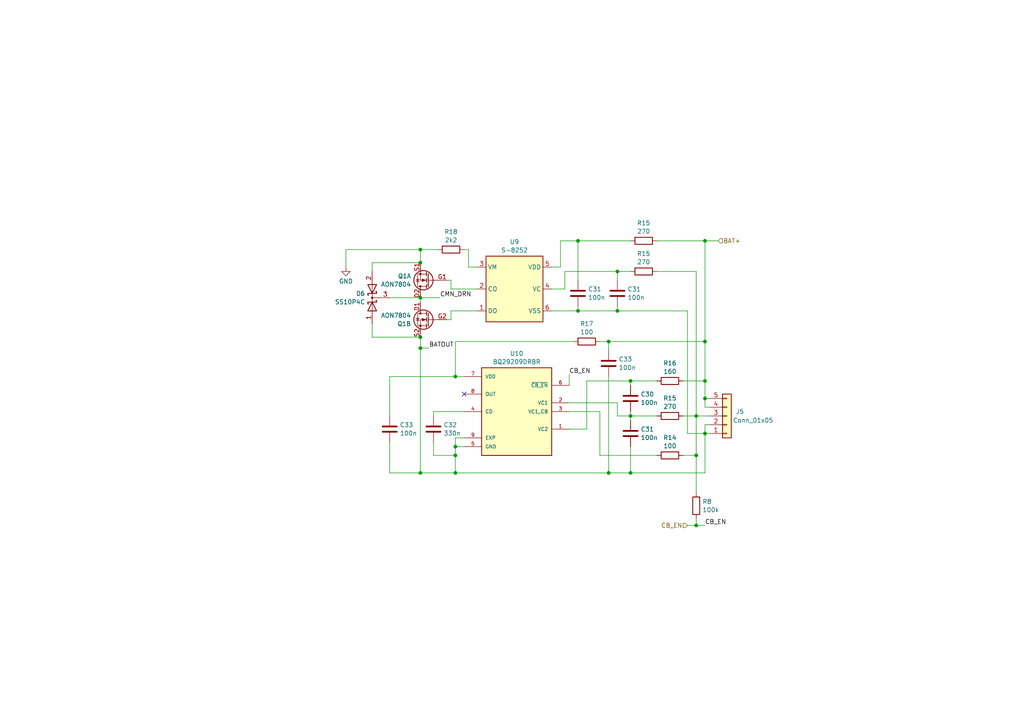
<source format=kicad_sch>
(kicad_sch (version 20230121) (generator eeschema)
  (paper "A4")
  (title_block (title "2S Battery Balancing and Protection") (date "2023-11-15"))
  (lib_symbols
    (symbol "Connector_Generic:Conn_01x05" (pin_names (offset 1.016) hide)
      (property "Reference" "J" (at 0 7.62 0))
      (property "Value" "Conn_01x05" (at 0 -7.62 0))
      (symbol "Conn_01x05_1_1"
        (rectangle (start -1.27 -4.953) (end 0 -5.207) (stroke (width 0.1524)))
        (rectangle (start -1.27 -2.413) (end 0 -2.667) (stroke (width 0.1524)))
        (rectangle (start -1.27 0.127) (end 0 -0.127) (stroke (width 0.1524)))
        (rectangle (start -1.27 2.667) (end 0 2.413) (stroke (width 0.1524)))
        (rectangle (start -1.27 5.207) (end 0 4.953) (stroke (width 0.1524)))
        (rectangle (start -1.27 6.35) (end 1.27 -6.35) (stroke (width 0.254)) (fill (type background)))
        (pin passive line (at -5.08 5.08 0) (length 3.81) (name "Pin_1") (number "1"))
        (pin passive line (at -5.08 2.54 0) (length 3.81) (name "Pin_2") (number "2"))
        (pin passive line (at -5.08 0 0) (length 3.81) (name "Pin_3") (number "3"))
        (pin passive line (at -5.08 -2.54 0) (length 3.81) (name "Pin_4") (number "4"))
        (pin passive line (at -5.08 -5.08 0) (length 3.81) (name "Pin_5") (number "5"))
      )
    )
    (symbol "Device:C" (pin_numbers hide) (pin_names (offset 0.254))
      (property "Reference" "C" (at 0.635 2.54 0))
      (property "Value" "C" (at 0.635 -2.54 0))
      (symbol "C_0_1"
        (polyline (pts (xy -2.032 -0.762) (xy 2.032 -0.762)) (stroke (width 0.508)))
        (polyline (pts (xy -2.032 0.762) (xy 2.032 0.762)) (stroke (width 0.508)))
      )
      (symbol "C_1_1"
        (pin passive line (at 0 3.81 270) (length 2.794) (name "~") (number "1"))
        (pin passive line (at 0 -3.81 90) (length 2.794) (name "~") (number "2"))
      )
    )
    (symbol "Device:D_Schottky_Dual_CommonCathode_AAK" (pin_names (offset 0.762) hide)
      (property "Reference" "D" (at 1.27 -2.54 0))
      (property "Value" "D_Schottky_Dual_CommonCathode_AAK" (at 0 2.54 0))
      (symbol "D_Schottky_Dual_CommonCathode_AAK_0_1"
        (polyline (pts (xy -3.81 0) (xy 3.81 0)))
        (polyline (pts (xy 0 0) (xy 0 -2.54)))
        (polyline (pts (xy -1.27 -1.27) (xy -1.27 1.27) (xy -1.27 1.27)) (stroke (width 0.254)))
        (polyline (pts (xy 1.27 -1.27) (xy 1.27 1.27) (xy 1.27 1.27)) (stroke (width 0.254)))
        (polyline (pts (xy -1.27 -1.27) (xy -0.762 -1.27) (xy -0.762 -1.016) (xy -0.762 -1.016)) (stroke (width 0.254)))
        (polyline (pts (xy 1.27 -1.27) (xy 1.778 -1.27) (xy 1.778 -1.016) (xy 1.778 -1.016)) (stroke (width 0.254)))
        (polyline (pts (xy 1.27 1.27) (xy 0.762 1.27) (xy 0.762 1.016) (xy 0.762 1.016)) (stroke (width 0.254)))
        (polyline (pts (xy -1.778 1.016) (xy -1.778 1.27) (xy -1.27 1.27) (xy -1.27 1.27) (xy -1.27 1.27)) (stroke (width 0.254)))
        (polyline (pts (xy -3.81 1.27) (xy -1.27 0) (xy -3.81 -1.27) (xy -3.81 1.27) (xy -3.81 1.27) (xy -3.81 1.27)) (stroke (width 0.254)))
        (polyline (pts (xy 3.81 -1.27) (xy 1.27 0) (xy 3.81 1.27) (xy 3.81 -1.27) (xy 3.81 -1.27) (xy 3.81 -1.27)) (stroke (width 0.254)))
        (circle (center 0 0) (radius 0.254) (fill (type outline)))
        (pin passive line (at -7.62 0 0) (length 3.81) (name "A") (number "1"))
        (pin passive line (at 7.62 0 180) (length 3.81) (name "A") (number "2"))
        (pin passive line (at 0 -5.08 90) (length 2.54) (name "K") (number "3"))
      )
    )
    (symbol "Device:R" (pin_numbers hide) (pin_names (offset 0))
      (property "Reference" "R" (at 2.032 0 90))
      (property "Value" "R" (at 0 0 90))
      (symbol "R_0_1"
        (rectangle (start -1.016 -2.54) (end 1.016 2.54) (stroke (width 0.254)))
      )
      (symbol "R_1_1"
        (pin passive line (at 0 3.81 270) (length 1.27) (name "~") (number "1"))
        (pin passive line (at 0 -3.81 90) (length 1.27) (name "~") (number "2"))
      )
    )
    (symbol "power:GND" (power) (pin_names (offset 0))
      (property "Value" "GND" (at 0 -3.81 0))
      (symbol "GND_0_1"
        (polyline (pts (xy 0 0) (xy 0 -1.27) (xy 1.27 -1.27) (xy 0 -2.54) (xy -1.27 -1.27) (xy 0 -1.27)))
      )
      (symbol "GND_1_1"
        (pin power_in line (at 0 0 270) (length 0) hide (name "GND") (number "1"))
      )
    )
    (symbol "props_board:AON7804" (pin_names (offset 0) hide)
      (property "Reference" "Q" (at 6.35 1.27 0))
      (property "Value" "AON7804" (at 19.05 -1.27 0))
      (symbol "AON7804_0_1"
        (polyline (pts (xy 0.254 0) (xy -2.54 0)))
        (polyline (pts (xy 0.254 1.905) (xy 0.254 -1.905)) (stroke (width 0.254)))
        (polyline (pts (xy 0.762 -1.27) (xy 0.762 -2.286)) (stroke (width 0.254)))
        (polyline (pts (xy 0.762 0.508) (xy 0.762 -0.508)) (stroke (width 0.254)))
        (polyline (pts (xy 0.762 2.286) (xy 0.762 1.27)) (stroke (width 0.254)))
        (polyline (pts (xy 2.54 2.54) (xy 2.54 1.778)))
        (polyline (pts (xy 2.54 -2.54) (xy 2.54 0) (xy 0.762 0)))
        (polyline (pts (xy 0.762 -1.778) (xy 3.302 -1.778) (xy 3.302 1.778) (xy 0.762 1.778)))
        (polyline (pts (xy 1.016 0) (xy 2.032 0.381) (xy 2.032 -0.381) (xy 1.016 0)) (fill (type outline)))
        (polyline (pts (xy 2.794 0.508) (xy 2.921 0.381) (xy 3.683 0.381) (xy 3.81 0.254)))
        (polyline (pts (xy 3.302 0.381) (xy 2.921 -0.254) (xy 3.683 -0.254) (xy 3.302 0.381)))
        (circle (center 1.651 0) (radius 2.794) (stroke (width 0.254)))
        (circle (center 2.54 -1.778) (radius 0.254) (fill (type outline)))
        (circle (center 2.54 1.778) (radius 0.254) (fill (type outline)))
      )
      (symbol "AON7804_1_1"
        (pin passive line (at 2.54 5.08 270) (length 2.54) (name "D") (number "D2"))
        (pin input line (at -5.08 0 0) (length 2.54) (name "G") (number "G1"))
        (pin passive line (at 2.54 -5.08 90) (length 2.54) (name "S") (number "S1"))
      )
      (symbol "AON7804_2_1"
        (pin passive line (at 2.54 5.08 270) (length 2.54) (name "D") (number "D1"))
        (pin input line (at -5.08 0 0) (length 2.54) (name "G") (number "G2"))
        (pin passive line (at 2.54 -5.08 90) (length 2.54) (name "S") (number "S2"))
      )
    )
    (symbol "props_board:BQ29209DRBR" (pin_names (offset 1.016))
      (property "Reference" "U" (at -10.16 13.97 0))
      (property "Value" "BQ29209DRBR" (at -10.16 -15.24 0))
      (symbol "BQ29209DRBR_0_0"
        (rectangle (start -10.16 -12.7) (end 10.16 12.7) (stroke (width 0.254)) (fill (type background)))
        (pin input line (at -15.24 -5.08 0) (length 5.08) (name "VC2") (number "1"))
        (pin input line (at -15.24 2.54 0) (length 5.08) (name "VC1") (number "2"))
        (pin input line (at -15.24 0 0) (length 5.08) (name "VC1_CB") (number "3"))
        (pin passive line (at 15.24 0 180) (length 5.08) (name "CD") (number "4"))
        (pin power_in line (at 15.24 -10.16 180) (length 5.08) (name "GND") (number "5"))
        (pin input line (at -15.24 7.62 0) (length 5.08) (name "~{CB_EN}") (number "6"))
        (pin power_in line (at 15.24 10.16 180) (length 5.08) (name "VDD") (number "7"))
        (pin output line (at 15.24 5.08 180) (length 5.08) (name "OUT") (number "8"))
        (pin power_in line (at 15.24 -7.62 180) (length 5.08) (name "EXP") (number "9"))
      )
    )
    (symbol "props_board:S-8252"
      (property "Reference" "U" (at 0 8.89 0))
      (property "Value" "S-8252" (at 0 8.89 0))
      (symbol "S-8252_0_0"
        (pin output line (at -11.43 -8.89 0) (length 2.54) (name "DO") (number "1"))
        (pin output line (at -11.43 -2.54 0) (length 2.54) (name "CO") (number "2"))
        (pin input line (at -11.43 3.81 0) (length 2.54) (name "VM") (number "3"))
        (pin input line (at 10.16 -2.54 180) (length 2.54) (name "VC") (number "4"))
        (pin power_in line (at 10.16 3.81 180) (length 2.54) (name "VDD") (number "5"))
        (pin power_in line (at 10.16 -8.89 180) (length 2.54) (name "VSS") (number "6"))
      )
      (symbol "S-8252_1_1"
        (rectangle (start -8.89 6.985) (end 7.62 -12.065) (stroke (width 0.254)) (fill (type background)))
      )
    )
  )
  (junction (at 182.88 120.65))
  (junction (at 204.47 99.06))
  (junction (at 132.08 137.16))
  (junction (at 167.64 90.17))
  (junction (at 204.47 110.49))
  (junction (at 204.47 69.85))
  (junction (at 201.93 132.08))
  (junction (at 167.64 69.85))
  (junction (at 121.92 76.2))
  (junction (at 176.53 137.16))
  (junction (at 121.92 72.39))
  (junction (at 182.88 110.49))
  (junction (at 204.47 125.73))
  (junction (at 182.88 137.16))
  (junction (at 176.53 99.06))
  (junction (at 201.93 120.65))
  (junction (at 121.92 137.16))
  (junction (at 132.08 109.22))
  (junction (at 121.92 86.36))
  (junction (at 121.92 100.965))
  (junction (at 204.47 115.57))
  (junction (at 179.07 78.74))
  (junction (at 179.07 90.17))
  (junction (at 121.92 97.79))
  (junction (at 132.08 129.54))
  (junction (at 201.93 152.4))
  (junction (at 132.08 132.08))
  (no_connect (at 134.62 114.3))
  (wire (pts (xy 167.64 81.28) (xy 167.64 69.85)))
  (wire (pts (xy 121.92 72.39) (xy 121.92 76.2)))
  (wire (pts (xy 179.07 116.84) (xy 179.07 120.65)))
  (wire (pts (xy 204.47 110.49) (xy 204.47 115.57)))
  (wire (pts (xy 190.5 69.85) (xy 204.47 69.85)))
  (wire (pts (xy 134.62 127) (xy 132.08 127)))
  (wire (pts (xy 182.88 119.38) (xy 182.88 120.65)))
  (wire (pts (xy 167.64 90.17) (xy 179.07 90.17)))
  (wire (pts (xy 170.18 110.49) (xy 182.88 110.49)))
  (wire (pts (xy 113.03 109.22) (xy 132.08 109.22)))
  (wire (pts (xy 182.88 78.74) (xy 179.07 78.74)))
  (wire (pts (xy 162.56 77.47) (xy 160.02 77.47)))
  (wire (pts (xy 107.95 76.2) (xy 121.92 76.2)))
  (wire (pts (xy 113.03 120.65) (xy 113.03 109.22)))
  (wire (pts (xy 204.47 123.19) (xy 205.74 123.19)))
  (wire (pts (xy 132.08 99.06) (xy 166.37 99.06)))
  (wire (pts (xy 121.92 100.965) (xy 121.92 137.16)))
  (wire (pts (xy 201.93 120.65) (xy 201.93 78.74)))
  (wire (pts (xy 204.47 69.85) (xy 204.47 99.06)))
  (wire (pts (xy 204.47 125.73) (xy 199.39 125.73)))
  (wire (pts (xy 130.81 90.17) (xy 130.81 92.71)))
  (wire (pts (xy 134.62 119.38) (xy 125.73 119.38)))
  (wire (pts (xy 170.18 124.46) (xy 170.18 110.49)))
  (wire (pts (xy 204.47 125.73) (xy 205.74 125.73)))
  (wire (pts (xy 201.93 78.74) (xy 190.5 78.74)))
  (wire (pts (xy 204.47 99.06) (xy 204.47 110.49)))
  (wire (pts (xy 132.08 109.22) (xy 134.62 109.22)))
  (wire (pts (xy 167.64 88.9) (xy 167.64 90.17)))
  (wire (pts (xy 113.03 128.27) (xy 113.03 137.16)))
  (wire (pts (xy 107.95 78.74) (xy 107.95 76.2)))
  (wire (pts (xy 162.56 77.47) (xy 162.56 69.85)))
  (wire (pts (xy 179.07 90.17) (xy 199.39 90.17)))
  (wire (pts (xy 125.73 128.27) (xy 125.73 132.08)))
  (wire (pts (xy 182.88 110.49) (xy 190.5 110.49)))
  (wire (pts (xy 121.92 100.965) (xy 124.46 100.965)))
  (wire (pts (xy 165.1 116.84) (xy 179.07 116.84)))
  (wire (pts (xy 125.73 132.08) (xy 132.08 132.08)))
  (wire (pts (xy 121.92 86.36) (xy 121.92 87.63)))
  (wire (pts (xy 179.07 88.9) (xy 179.07 90.17)))
  (wire (pts (xy 173.99 99.06) (xy 176.53 99.06)))
  (wire (pts (xy 198.12 110.49) (xy 204.47 110.49)))
  (wire (pts (xy 179.07 120.65) (xy 182.88 120.65)))
  (wire (pts (xy 204.47 137.16) (xy 204.47 125.73)))
  (wire (pts (xy 199.39 125.73) (xy 199.39 90.17)))
  (wire (pts (xy 204.47 115.57) (xy 205.74 115.57)))
  (wire (pts (xy 121.92 86.36) (xy 127.635 86.36)))
  (wire (pts (xy 201.93 120.65) (xy 205.74 120.65)))
  (wire (pts (xy 162.56 69.85) (xy 167.64 69.85)))
  (wire (pts (xy 100.33 72.39) (xy 100.33 77.47)))
  (wire (pts (xy 121.92 72.39) (xy 100.33 72.39)))
  (wire (pts (xy 201.93 120.65) (xy 201.93 132.08)))
  (wire (pts (xy 204.47 115.57) (xy 204.47 118.11)))
  (wire (pts (xy 198.12 132.08) (xy 201.93 132.08)))
  (wire (pts (xy 198.12 120.65) (xy 201.93 120.65)))
  (wire (pts (xy 127 72.39) (xy 121.92 72.39)))
  (wire (pts (xy 182.88 137.16) (xy 204.47 137.16)))
  (wire (pts (xy 165.1 124.46) (xy 170.18 124.46)))
  (wire (pts (xy 204.47 152.4) (xy 201.93 152.4)))
  (wire (pts (xy 163.83 83.82) (xy 163.83 78.74)))
  (wire (pts (xy 138.43 77.47) (xy 135.89 77.47)))
  (wire (pts (xy 130.81 92.71) (xy 129.54 92.71)))
  (wire (pts (xy 138.43 90.17) (xy 130.81 90.17)))
  (wire (pts (xy 199.39 152.4) (xy 201.93 152.4)))
  (wire (pts (xy 165.1 108.585) (xy 165.1 111.76)))
  (wire (pts (xy 107.95 97.79) (xy 121.92 97.79)))
  (wire (pts (xy 132.08 129.54) (xy 134.62 129.54)))
  (wire (pts (xy 132.08 99.06) (xy 132.08 109.22)))
  (wire (pts (xy 132.08 137.16) (xy 132.08 132.08)))
  (wire (pts (xy 204.47 118.11) (xy 205.74 118.11)))
  (wire (pts (xy 179.07 78.74) (xy 179.07 81.28)))
  (wire (pts (xy 204.47 125.73) (xy 204.47 123.19)))
  (wire (pts (xy 135.89 72.39) (xy 134.62 72.39)))
  (wire (pts (xy 204.47 69.85) (xy 208.28 69.85)))
  (wire (pts (xy 173.99 119.38) (xy 165.1 119.38)))
  (wire (pts (xy 176.53 101.6) (xy 176.53 99.06)))
  (wire (pts (xy 113.03 86.36) (xy 121.92 86.36)))
  (wire (pts (xy 190.5 132.08) (xy 173.99 132.08)))
  (wire (pts (xy 163.83 78.74) (xy 179.07 78.74)))
  (wire (pts (xy 182.88 129.54) (xy 182.88 137.16)))
  (wire (pts (xy 182.88 120.65) (xy 182.88 121.92)))
  (wire (pts (xy 163.83 83.82) (xy 160.02 83.82)))
  (wire (pts (xy 167.64 90.17) (xy 160.02 90.17)))
  (wire (pts (xy 121.92 137.16) (xy 132.08 137.16)))
  (wire (pts (xy 132.08 132.08) (xy 132.08 129.54)))
  (wire (pts (xy 135.89 77.47) (xy 135.89 72.39)))
  (wire (pts (xy 121.92 97.79) (xy 121.92 100.965)))
  (wire (pts (xy 182.88 110.49) (xy 182.88 111.76)))
  (wire (pts (xy 132.08 137.16) (xy 176.53 137.16)))
  (wire (pts (xy 138.43 83.82) (xy 130.81 83.82)))
  (wire (pts (xy 173.99 132.08) (xy 173.99 119.38)))
  (wire (pts (xy 167.64 69.85) (xy 182.88 69.85)))
  (wire (pts (xy 201.93 132.08) (xy 201.93 142.875)))
  (wire (pts (xy 176.53 109.22) (xy 176.53 137.16)))
  (wire (pts (xy 132.08 127) (xy 132.08 129.54)))
  (wire (pts (xy 201.93 152.4) (xy 201.93 150.495)))
  (wire (pts (xy 130.81 81.28) (xy 129.54 81.28)))
  (wire (pts (xy 125.73 119.38) (xy 125.73 120.65)))
  (wire (pts (xy 107.95 93.98) (xy 107.95 97.79)))
  (wire (pts (xy 113.03 137.16) (xy 121.92 137.16)))
  (wire (pts (xy 130.81 83.82) (xy 130.81 81.28)))
  (wire (pts (xy 182.88 120.65) (xy 190.5 120.65)))
  (wire (pts (xy 176.53 137.16) (xy 182.88 137.16)))
  (wire (pts (xy 176.53 99.06) (xy 204.47 99.06)))
  (label "CB_EN" (at 165.1 108.585 0))
  (label "CB_EN" (at 204.47 152.4 0))
  (label "BATOUT" (at 124.46 100.965 0))
  (label "CMN_DRN" (at 127.635 86.36 0))
  (hierarchical_label "BAT+" (shape input) (at 208.28 69.85 0))
  (hierarchical_label "CB_EN" (shape input) (at 199.39 152.4 180))
  (symbol (lib_id "Device:R") (at 194.31 110.49 90) (unit 1)
    (property "Reference" "R16" (at 194.31 105.3297 90))
    (property "Value" "160" (at 194.31 107.7539 90))
    (property "Footprint" "Resistor_SMD:R_0603_1608Metric" (effects hide))
    (property "Digikey Part No." "RMCF0603FT160RCT-ND" (effects hide))
    (instances (project "props_board_v3" (path "" (reference "R16") (unit 1)) (path "" (reference "R33") (unit 1))))
  )
  (symbol (lib_id "Device:C") (at 182.88 125.73 0) (unit 1)
    (property "Reference" "C31" (at 185.801 124.5179 0) (effects (justify left)))
    (property "Value" "100n" (at 185.801 126.9421 0) (effects (justify left)))
    (property "Footprint" "Capacitor_SMD:C_0603_1608Metric" (effects hide))
    (property "Digikey Part No." "1276-1000-1-ND" (effects hide))
    (instances (project "props_board_v3" (path "" (reference "C31") (unit 1)) (path "" (reference "C58") (unit 1))))
  )
  (symbol (lib_id "Device:R") (at 194.31 120.65 90) (unit 1)
    (property "Reference" "R15" (at 194.31 115.4897 90))
    (property "Value" "270" (at 194.31 117.9139 90))
    (property "Footprint" "Resistor_SMD:R_0603_1608Metric" (effects hide))
    (property "Digikey Part No." "RMCF0603JT270RCT-ND" (effects hide))
    (instances (project "props_board_v3" (path "" (reference "R15") (unit 1)) (path "" (reference "R34") (unit 1))))
  )
  (symbol (lib_id "Device:R") (at 170.18 99.06 270) (unit 1)
    (property "Reference" "R17" (at 170.18 93.8997 90))
    (property "Value" "100" (at 170.18 96.3239 90))
    (property "Footprint" "Resistor_SMD:R_0603_1608Metric" (effects hide))
    (property "Digikey Part No." "RMCF0603FT100RCT-ND" (effects hide))
    (instances (project "props_board_v3" (path "" (reference "R17") (unit 1)) (path "" (reference "R32") (unit 1))))
  )
  (symbol (lib_id "Connector_Generic:Conn_01x05") (at 210.82 120.65 0) (mirror x) (unit 1)
    (property "Reference" "J5" (at 214.63 119.38 0))
    (property "Value" "Conn_01x05" (at 218.44 121.92 0))
    (property "Footprint" "Connector_JST:JST_XH_B5B-XH-A_1x05_P2.50mm_Vertical" (effects hide))
  )
  (symbol (lib_id "props_board:AON7804") (at 124.46 92.71 0) (mirror y) (unit 2)
    (property "Reference" "Q1" (at 119.253 93.9221 0) (effects (justify left)))
    (property "Value" "AON7804" (at 119.253 91.4979 0) (effects (justify left)))
    (property "Footprint" "props_board:DFN3X3" (effects hide))
    (property "Digikey Part No." "785-1586-1-ND" (effects hide))
  )
  (symbol (lib_id "Device:C") (at 113.03 124.46 0) (unit 1)
    (property "Reference" "C33" (at 115.951 123.2479 0) (effects (justify left)))
    (property "Value" "100n" (at 115.951 125.6721 0) (effects (justify left)))
    (property "Footprint" "Capacitor_SMD:C_0603_1608Metric" (effects hide))
    (property "Digikey Part No." "1276-1000-1-ND" (effects hide))
    (instances (project "props_board_v3" (path "" (reference "C33") (unit 1)) (path "" (reference "C56") (unit 1))))
  )
  (symbol (lib_id "props_board:BQ29209DRBR") (at 149.86 119.38 0) (mirror y) (unit 1)
    (property "Reference" "U10" (at 149.86 102.5357 0))
    (property "Value" "BQ29209DRBR" (at 149.86 104.9599 0))
    (property "Footprint" "props_board:SON65P300X300X100-9N" (effects hide))
    (property "Digikey Part No." "296-27677-1-ND" (effects hide))
  )
  (symbol (lib_id "Device:C") (at 125.73 124.46 0) (unit 1)
    (property "Reference" "C32" (at 128.651 123.2479 0) (effects (justify left)))
    (property "Value" "330n" (at 128.651 125.6721 0) (effects (justify left)))
    (property "Footprint" "Capacitor_SMD:C_0603_1608Metric" (effects hide))
    (property "Digikey Part No." "1276-2048-1-ND" (effects hide))
    (instances (project "props_board_v3" (path "" (reference "C32") (unit 1)) (path "" (reference "C57") (unit 1))))
  )
  (symbol (lib_id "Device:R") (at 130.81 72.39 270) (unit 1)
    (property "Reference" "R18" (at 130.81 67.2297 90))
    (property "Value" "2k2" (at 130.81 69.6539 90))
    (property "Footprint" "Resistor_SMD:R_0603_1608Metric" (effects hide))
    (property "Digikey Part No." "RMCF0603JT2K20CT-ND" (effects hide))
    (instances (project "props_board_v3" (path "" (reference "R18") (unit 1)) (path "" (reference "R30") (unit 1))))
  )
  (symbol (lib_id "Device:C") (at 176.53 105.41 0) (unit 1)
    (property "Reference" "C33" (at 179.451 104.1979 0) (effects (justify left)))
    (property "Value" "100n" (at 179.451 106.6221 0) (effects (justify left)))
    (property "Footprint" "Capacitor_SMD:C_0603_1608Metric" (effects hide))
    (property "Digikey Part No." "1276-1000-1-ND" (effects hide))
    (instances (project "props_board_v3" (path "" (reference "C33") (unit 1)) (path "" (reference "C54") (unit 1))))
  )
  (symbol (lib_id "Device:C") (at 167.64 85.09 0) (unit 1)
    (property "Reference" "C31" (at 170.561 83.8779 0) (effects (justify left)))
    (property "Value" "100n" (at 170.561 86.3021 0) (effects (justify left)))
    (property "Footprint" "Capacitor_SMD:C_0603_1608Metric" (effects hide))
    (property "Digikey Part No." "1276-1000-1-ND" (effects hide))
    (instances (project "props_board_v3" (path "" (reference "C31") (unit 1)) (path "" (reference "C52") (unit 1))))
  )
  (symbol (lib_id "Device:C") (at 182.88 115.57 0) (unit 1)
    (property "Reference" "C30" (at 185.801 114.3579 0) (effects (justify left)))
    (property "Value" "100n" (at 185.801 116.7821 0) (effects (justify left)))
    (property "Footprint" "Capacitor_SMD:C_0603_1608Metric" (effects hide))
    (property "Digikey Part No." "1276-1000-1-ND" (effects hide))
    (instances (project "props_board_v3" (path "" (reference "C30") (unit 1)) (path "" (reference "C55") (unit 1))))
  )
  (symbol (lib_id "Device:C") (at 179.07 85.09 0) (unit 1)
    (property "Reference" "C31" (at 181.991 83.8779 0) (effects (justify left)))
    (property "Value" "100n" (at 181.991 86.3021 0) (effects (justify left)))
    (property "Footprint" "Capacitor_SMD:C_0603_1608Metric" (effects hide))
    (property "Digikey Part No." "1276-1000-1-ND" (effects hide))
    (instances (project "props_board_v3" (path "" (reference "C31") (unit 1)) (path "" (reference "C53") (unit 1))))
  )
  (symbol (lib_id "power:GND") (at 100.33 77.47 0) (unit 1)
    (property "Reference" "#PWR044" (effects hide))
    (property "Value" "GND" (at 100.33 81.6031 0))
  )
  (symbol (lib_id "props_board:S-8252") (at 149.86 81.28 0) (unit 1)
    (property "Reference" "U9" (at 149.225 70.1507 0))
    (property "Value" "S-8252" (at 149.225 72.5749 0))
    (property "Footprint" "Package_TO_SOT_SMD:SOT-23-6" (effects hide))
    (property "Digikey Part No." "taobao" (effects hide))
  )
  (symbol (lib_id "Device:D_Schottky_Dual_CommonCathode_AAK") (at 107.95 86.36 90) (unit 1)
    (property "Reference" "D6" (at 105.918 85.1479 90) (effects (justify left)))
    (property "Value" "SS10P4C" (at 105.918 87.5721 90) (effects (justify left)))
    (property "Footprint" "Package_TO_SOT_SMD:TO-277A" (effects hide))
    (property "Digikey Part No." "SS10P4C-M3/86AGICT-ND" (effects hide))
  )
  (symbol (lib_id "Device:R") (at 194.31 132.08 90) (unit 1)
    (property "Reference" "R14" (at 194.31 126.9197 90))
    (property "Value" "100" (at 194.31 129.3439 90))
    (property "Footprint" "Resistor_SMD:R_0603_1608Metric" (effects hide))
    (property "Digikey Part No." "RMCF0603FT100RCT-ND" (effects hide))
    (instances (project "props_board_v3" (path "" (reference "R14") (unit 1)) (path "" (reference "R35") (unit 1))))
  )
  (symbol (lib_id "Device:R") (at 186.69 78.74 90) (unit 1)
    (property "Reference" "R15" (at 186.69 73.5797 90))
    (property "Value" "270" (at 186.69 76.0039 90))
    (property "Footprint" "Resistor_SMD:R_0603_1608Metric" (effects hide))
    (property "Digikey Part No." "RMCF0603JT270RCT-ND" (effects hide))
    (instances (project "props_board_v3" (path "" (reference "R15") (unit 1)) (path "" (reference "R31") (unit 1))))
  )
  (symbol (lib_id "props_board:AON7804") (at 124.46 81.28 180) (unit 1)
    (property "Reference" "Q1" (at 119.253 80.0679 0) (effects (justify left)))
    (property "Value" "AON7804" (at 119.253 82.4921 0) (effects (justify left)))
    (property "Footprint" "props_board:DFN3X3" (effects hide))
    (property "Digikey Part No." "785-1586-1-ND" (effects hide))
  )
  (symbol (lib_id "Device:R") (at 186.69 69.85 90) (unit 1)
    (property "Reference" "R15" (at 186.69 64.6897 90))
    (property "Value" "270" (at 186.69 67.1139 90))
    (property "Footprint" "Resistor_SMD:R_0603_1608Metric" (effects hide))
    (property "Digikey Part No." "RMCF0603JT270RCT-ND" (effects hide))
    (instances (project "props_board_v3" (path "" (reference "R15") (unit 1)) (path "" (reference "R29") (unit 1))))
  )
  (symbol (lib_id "Device:R") (at 201.93 146.685 0) (unit 1)
    (property "Reference" "R8" (at 203.708 145.4729 0) (effects (justify left)))
    (property "Value" "100k" (at 203.708 147.8971 0) (effects (justify left)))
    (property "Footprint" "Resistor_SMD:R_0402_1005Metric" (effects hide))
    (property "Digikey Part No." "RMCF0402FT100KCT-ND" (effects hide))
    (instances (project "props_board_v3" (path "" (reference "R8") (unit 1)) (path "" (reference "R36") (unit 1))))
  )
)
</source>
